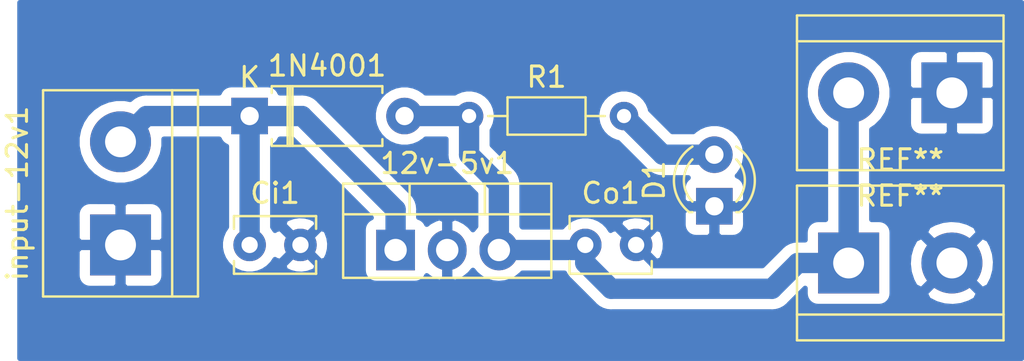
<source format=kicad_pcb>
(kicad_pcb (version 20171130) (host pcbnew "(5.1.5)-3")

  (general
    (thickness 1.6)
    (drawings 0)
    (tracks 21)
    (zones 0)
    (modules 9)
    (nets 5)
  )

  (page A4)
  (layers
    (0 F.Cu signal)
    (31 B.Cu signal)
    (32 B.Adhes user)
    (33 F.Adhes user)
    (34 B.Paste user)
    (35 F.Paste user)
    (36 B.SilkS user)
    (37 F.SilkS user)
    (38 B.Mask user)
    (39 F.Mask user)
    (40 Dwgs.User user)
    (41 Cmts.User user)
    (42 Eco1.User user)
    (43 Eco2.User user)
    (44 Edge.Cuts user)
    (45 Margin user)
    (46 B.CrtYd user)
    (47 F.CrtYd user)
    (48 B.Fab user)
    (49 F.Fab user)
  )

  (setup
    (last_trace_width 1)
    (user_trace_width 1)
    (trace_clearance 0.2)
    (zone_clearance 0.508)
    (zone_45_only no)
    (trace_min 0.2)
    (via_size 0.8)
    (via_drill 0.4)
    (via_min_size 0.4)
    (via_min_drill 0.3)
    (uvia_size 0.3)
    (uvia_drill 0.1)
    (uvias_allowed no)
    (uvia_min_size 0.2)
    (uvia_min_drill 0.1)
    (edge_width 0.05)
    (segment_width 0.2)
    (pcb_text_width 0.3)
    (pcb_text_size 1.5 1.5)
    (mod_edge_width 0.12)
    (mod_text_size 1 1)
    (mod_text_width 0.15)
    (pad_size 3 3)
    (pad_drill 1.52)
    (pad_to_mask_clearance 0.051)
    (solder_mask_min_width 0.25)
    (aux_axis_origin 0 0)
    (visible_elements 7FFFFFFF)
    (pcbplotparams
      (layerselection 0x010fc_ffffffff)
      (usegerberextensions false)
      (usegerberattributes false)
      (usegerberadvancedattributes false)
      (creategerberjobfile false)
      (excludeedgelayer true)
      (linewidth 0.100000)
      (plotframeref false)
      (viasonmask false)
      (mode 1)
      (useauxorigin false)
      (hpglpennumber 1)
      (hpglpenspeed 20)
      (hpglpendiameter 15.000000)
      (psnegative false)
      (psa4output false)
      (plotreference true)
      (plotvalue true)
      (plotinvisibletext false)
      (padsonsilk false)
      (subtractmaskfromsilk false)
      (outputformat 1)
      (mirror false)
      (drillshape 1)
      (scaleselection 1)
      (outputdirectory ""))
  )

  (net 0 "")
  (net 1 "Net-(12v-5v1-Pad3)")
  (net 2 GND)
  (net 3 "Net-(12v-5v1-Pad1)")
  (net 4 "Net-(D1-Pad2)")

  (net_class Default "Esta es la clase de red por defecto."
    (clearance 0.2)
    (trace_width 0.25)
    (via_dia 0.8)
    (via_drill 0.4)
    (uvia_dia 0.3)
    (uvia_drill 0.1)
    (add_net GND)
    (add_net "Net-(12v-5v1-Pad1)")
    (add_net "Net-(12v-5v1-Pad3)")
    (add_net "Net-(D1-Pad2)")
  )

  (module TerminalBlock:TerminalBlock_bornier-2_P5.08mm (layer F.Cu) (tedit 5EFA0EA4) (tstamp 5EFA7123)
    (at 124.714 68.072 180)
    (descr "simple 2-pin terminal block, pitch 5.08mm, revamped version of bornier2")
    (tags "terminal block bornier2")
    (fp_text reference REF** (at 2.54 -5.08) (layer F.SilkS)
      (effects (font (size 1 1) (thickness 0.15)))
    )
    (fp_text value TerminalBlock_bornier-2_P5.08mm (at 10.414 3.302) (layer F.Fab)
      (effects (font (size 1 1) (thickness 0.15)))
    )
    (fp_line (start 7.79 4) (end -2.71 4) (layer F.CrtYd) (width 0.05))
    (fp_line (start 7.79 4) (end 7.79 -4) (layer F.CrtYd) (width 0.05))
    (fp_line (start -2.71 -4) (end -2.71 4) (layer F.CrtYd) (width 0.05))
    (fp_line (start -2.71 -4) (end 7.79 -4) (layer F.CrtYd) (width 0.05))
    (fp_line (start -2.54 3.81) (end 7.62 3.81) (layer F.SilkS) (width 0.12))
    (fp_line (start -2.54 -3.81) (end -2.54 3.81) (layer F.SilkS) (width 0.12))
    (fp_line (start 7.62 -3.81) (end -2.54 -3.81) (layer F.SilkS) (width 0.12))
    (fp_line (start 7.62 3.81) (end 7.62 -3.81) (layer F.SilkS) (width 0.12))
    (fp_line (start 7.62 2.54) (end -2.54 2.54) (layer F.SilkS) (width 0.12))
    (fp_line (start 7.54 -3.75) (end -2.46 -3.75) (layer F.Fab) (width 0.1))
    (fp_line (start 7.54 3.75) (end 7.54 -3.75) (layer F.Fab) (width 0.1))
    (fp_line (start -2.46 3.75) (end 7.54 3.75) (layer F.Fab) (width 0.1))
    (fp_line (start -2.46 -3.75) (end -2.46 3.75) (layer F.Fab) (width 0.1))
    (fp_line (start -2.41 2.55) (end 7.49 2.55) (layer F.Fab) (width 0.1))
    (fp_text user %R (at 2.54 0) (layer F.Fab)
      (effects (font (size 1 1) (thickness 0.15)))
    )
    (pad 2 thru_hole circle (at 5.08 0 180) (size 3 3) (drill 1.52) (layers *.Cu *.Mask)
      (net 1 "Net-(12v-5v1-Pad3)"))
    (pad 1 thru_hole rect (at 0 0 180) (size 3 3) (drill 1.52) (layers *.Cu *.Mask)
      (net 2 GND))
    (model ${KISYS3DMOD}/TerminalBlock.3dshapes/TerminalBlock_bornier-2_P5.08mm.wrl
      (offset (xyz 2.539999961853027 0 0))
      (scale (xyz 1 1 1))
      (rotate (xyz 0 0 0))
    )
  )

  (module TerminalBlock:TerminalBlock_bornier-2_P5.08mm (layer F.Cu) (tedit 5EFA0EAB) (tstamp 5EFA715F)
    (at 119.634 76.454)
    (descr "simple 2-pin terminal block, pitch 5.08mm, revamped version of bornier2")
    (tags "terminal block bornier2")
    (fp_text reference REF** (at 2.54 -5.08) (layer F.SilkS)
      (effects (font (size 1 1) (thickness 0.15)))
    )
    (fp_text value TerminalBlock_bornier-2_P5.08mm (at -5.334 3.556) (layer F.Fab)
      (effects (font (size 1 1) (thickness 0.15)))
    )
    (fp_line (start 7.79 4) (end -2.71 4) (layer F.CrtYd) (width 0.05))
    (fp_line (start 7.79 4) (end 7.79 -4) (layer F.CrtYd) (width 0.05))
    (fp_line (start -2.71 -4) (end -2.71 4) (layer F.CrtYd) (width 0.05))
    (fp_line (start -2.71 -4) (end 7.79 -4) (layer F.CrtYd) (width 0.05))
    (fp_line (start -2.54 3.81) (end 7.62 3.81) (layer F.SilkS) (width 0.12))
    (fp_line (start -2.54 -3.81) (end -2.54 3.81) (layer F.SilkS) (width 0.12))
    (fp_line (start 7.62 -3.81) (end -2.54 -3.81) (layer F.SilkS) (width 0.12))
    (fp_line (start 7.62 3.81) (end 7.62 -3.81) (layer F.SilkS) (width 0.12))
    (fp_line (start 7.62 2.54) (end -2.54 2.54) (layer F.SilkS) (width 0.12))
    (fp_line (start 7.54 -3.75) (end -2.46 -3.75) (layer F.Fab) (width 0.1))
    (fp_line (start 7.54 3.75) (end 7.54 -3.75) (layer F.Fab) (width 0.1))
    (fp_line (start -2.46 3.75) (end 7.54 3.75) (layer F.Fab) (width 0.1))
    (fp_line (start -2.46 -3.75) (end -2.46 3.75) (layer F.Fab) (width 0.1))
    (fp_line (start -2.41 2.55) (end 7.49 2.55) (layer F.Fab) (width 0.1))
    (fp_text user %R (at 2.54 0) (layer F.Fab)
      (effects (font (size 1 1) (thickness 0.15)))
    )
    (pad 2 thru_hole circle (at 5.08 0) (size 3 3) (drill 1.52) (layers *.Cu *.Mask)
      (net 2 GND))
    (pad 1 thru_hole rect (at 0 0) (size 3 3) (drill 1.52) (layers *.Cu *.Mask)
      (net 1 "Net-(12v-5v1-Pad3)"))
    (model ${KISYS3DMOD}/TerminalBlock.3dshapes/TerminalBlock_bornier-2_P5.08mm.wrl
      (offset (xyz 2.539999961853027 0 0))
      (scale (xyz 1 1 1))
      (rotate (xyz 0 0 0))
    )
  )

  (module Capacitor_THT:C_Disc_D3.8mm_W2.6mm_P2.50mm (layer F.Cu) (tedit 5AE50EF0) (tstamp 5DCAF9E4)
    (at 90.17 75.565)
    (descr "C, Disc series, Radial, pin pitch=2.50mm, , diameter*width=3.8*2.6mm^2, Capacitor, http://www.vishay.com/docs/45233/krseries.pdf")
    (tags "C Disc series Radial pin pitch 2.50mm  diameter 3.8mm width 2.6mm Capacitor")
    (path /5DCAA16A)
    (fp_text reference Ci1 (at 1.25 -2.55) (layer F.SilkS)
      (effects (font (size 1 1) (thickness 0.15)))
    )
    (fp_text value 330n (at 1.25 2.55) (layer F.Fab)
      (effects (font (size 1 1) (thickness 0.15)))
    )
    (fp_text user %R (at 1.25 0) (layer F.Fab)
      (effects (font (size 0.76 0.76) (thickness 0.114)))
    )
    (fp_line (start 3.55 -1.55) (end -1.05 -1.55) (layer F.CrtYd) (width 0.05))
    (fp_line (start 3.55 1.55) (end 3.55 -1.55) (layer F.CrtYd) (width 0.05))
    (fp_line (start -1.05 1.55) (end 3.55 1.55) (layer F.CrtYd) (width 0.05))
    (fp_line (start -1.05 -1.55) (end -1.05 1.55) (layer F.CrtYd) (width 0.05))
    (fp_line (start 3.27 0.795) (end 3.27 1.42) (layer F.SilkS) (width 0.12))
    (fp_line (start 3.27 -1.42) (end 3.27 -0.795) (layer F.SilkS) (width 0.12))
    (fp_line (start -0.77 0.795) (end -0.77 1.42) (layer F.SilkS) (width 0.12))
    (fp_line (start -0.77 -1.42) (end -0.77 -0.795) (layer F.SilkS) (width 0.12))
    (fp_line (start -0.77 1.42) (end 3.27 1.42) (layer F.SilkS) (width 0.12))
    (fp_line (start -0.77 -1.42) (end 3.27 -1.42) (layer F.SilkS) (width 0.12))
    (fp_line (start 3.15 -1.3) (end -0.65 -1.3) (layer F.Fab) (width 0.1))
    (fp_line (start 3.15 1.3) (end 3.15 -1.3) (layer F.Fab) (width 0.1))
    (fp_line (start -0.65 1.3) (end 3.15 1.3) (layer F.Fab) (width 0.1))
    (fp_line (start -0.65 -1.3) (end -0.65 1.3) (layer F.Fab) (width 0.1))
    (pad 2 thru_hole circle (at 2.5 0) (size 1.6 1.6) (drill 0.8) (layers *.Cu *.Mask)
      (net 2 GND))
    (pad 1 thru_hole circle (at 0 0) (size 1.6 1.6) (drill 0.8) (layers *.Cu *.Mask)
      (net 3 "Net-(12v-5v1-Pad1)"))
    (model ${KISYS3DMOD}/Capacitor_THT.3dshapes/C_Disc_D3.8mm_W2.6mm_P2.50mm.wrl
      (at (xyz 0 0 0))
      (scale (xyz 1 1 1))
      (rotate (xyz 0 0 0))
    )
  )

  (module Package_TO_SOT_THT:TO-220-3_Vertical (layer F.Cu) (tedit 5AC8BA0D) (tstamp 5DCAF9B6)
    (at 97.350001 75.815001)
    (descr "TO-220-3, Vertical, RM 2.54mm, see https://www.vishay.com/docs/66542/to-220-1.pdf")
    (tags "TO-220-3 Vertical RM 2.54mm")
    (path /5DCA912E)
    (fp_text reference 12v-5v1 (at 2.54 -4.27) (layer F.SilkS)
      (effects (font (size 1 1) (thickness 0.15)))
    )
    (fp_text value LM7805_TO220 (at 2.54 2.5) (layer F.Fab)
      (effects (font (size 1 1) (thickness 0.15)))
    )
    (fp_text user %R (at 2.54 -4.27) (layer F.Fab)
      (effects (font (size 1 1) (thickness 0.15)))
    )
    (fp_line (start 7.79 -3.4) (end -2.71 -3.4) (layer F.CrtYd) (width 0.05))
    (fp_line (start 7.79 1.51) (end 7.79 -3.4) (layer F.CrtYd) (width 0.05))
    (fp_line (start -2.71 1.51) (end 7.79 1.51) (layer F.CrtYd) (width 0.05))
    (fp_line (start -2.71 -3.4) (end -2.71 1.51) (layer F.CrtYd) (width 0.05))
    (fp_line (start 4.391 -3.27) (end 4.391 -1.76) (layer F.SilkS) (width 0.12))
    (fp_line (start 0.69 -3.27) (end 0.69 -1.76) (layer F.SilkS) (width 0.12))
    (fp_line (start -2.58 -1.76) (end 7.66 -1.76) (layer F.SilkS) (width 0.12))
    (fp_line (start 7.66 -3.27) (end 7.66 1.371) (layer F.SilkS) (width 0.12))
    (fp_line (start -2.58 -3.27) (end -2.58 1.371) (layer F.SilkS) (width 0.12))
    (fp_line (start -2.58 1.371) (end 7.66 1.371) (layer F.SilkS) (width 0.12))
    (fp_line (start -2.58 -3.27) (end 7.66 -3.27) (layer F.SilkS) (width 0.12))
    (fp_line (start 4.39 -3.15) (end 4.39 -1.88) (layer F.Fab) (width 0.1))
    (fp_line (start 0.69 -3.15) (end 0.69 -1.88) (layer F.Fab) (width 0.1))
    (fp_line (start -2.46 -1.88) (end 7.54 -1.88) (layer F.Fab) (width 0.1))
    (fp_line (start 7.54 -3.15) (end -2.46 -3.15) (layer F.Fab) (width 0.1))
    (fp_line (start 7.54 1.25) (end 7.54 -3.15) (layer F.Fab) (width 0.1))
    (fp_line (start -2.46 1.25) (end 7.54 1.25) (layer F.Fab) (width 0.1))
    (fp_line (start -2.46 -3.15) (end -2.46 1.25) (layer F.Fab) (width 0.1))
    (pad 3 thru_hole oval (at 5.08 0) (size 1.905 2) (drill 1.1) (layers *.Cu *.Mask)
      (net 1 "Net-(12v-5v1-Pad3)"))
    (pad 2 thru_hole oval (at 2.54 0) (size 1.905 2) (drill 1.1) (layers *.Cu *.Mask)
      (net 2 GND))
    (pad 1 thru_hole rect (at 0 0) (size 1.905 2) (drill 1.1) (layers *.Cu *.Mask)
      (net 3 "Net-(12v-5v1-Pad1)"))
    (model ${KISYS3DMOD}/Package_TO_SOT_THT.3dshapes/TO-220-3_Vertical.wrl
      (at (xyz 0 0 0))
      (scale (xyz 1 1 1))
      (rotate (xyz 0 0 0))
    )
  )

  (module LED_THT:LED_D3.0mm (layer F.Cu) (tedit 587A3A7B) (tstamp 5DCAF9A4)
    (at 113.03 73.66 90)
    (descr "LED, diameter 3.0mm, 2 pins")
    (tags "LED diameter 3.0mm 2 pins")
    (path /5DCB1474)
    (fp_text reference D1 (at 1.27 -2.96 90) (layer F.SilkS)
      (effects (font (size 1 1) (thickness 0.15)))
    )
    (fp_text value LED (at 1.27 2.96 90) (layer F.Fab)
      (effects (font (size 1 1) (thickness 0.15)))
    )
    (fp_line (start 3.7 -2.25) (end -1.15 -2.25) (layer F.CrtYd) (width 0.05))
    (fp_line (start 3.7 2.25) (end 3.7 -2.25) (layer F.CrtYd) (width 0.05))
    (fp_line (start -1.15 2.25) (end 3.7 2.25) (layer F.CrtYd) (width 0.05))
    (fp_line (start -1.15 -2.25) (end -1.15 2.25) (layer F.CrtYd) (width 0.05))
    (fp_line (start -0.29 1.08) (end -0.29 1.236) (layer F.SilkS) (width 0.12))
    (fp_line (start -0.29 -1.236) (end -0.29 -1.08) (layer F.SilkS) (width 0.12))
    (fp_line (start -0.23 -1.16619) (end -0.23 1.16619) (layer F.Fab) (width 0.1))
    (fp_circle (center 1.27 0) (end 2.77 0) (layer F.Fab) (width 0.1))
    (fp_arc (start 1.27 0) (end 0.229039 1.08) (angle -87.9) (layer F.SilkS) (width 0.12))
    (fp_arc (start 1.27 0) (end 0.229039 -1.08) (angle 87.9) (layer F.SilkS) (width 0.12))
    (fp_arc (start 1.27 0) (end -0.29 1.235516) (angle -108.8) (layer F.SilkS) (width 0.12))
    (fp_arc (start 1.27 0) (end -0.29 -1.235516) (angle 108.8) (layer F.SilkS) (width 0.12))
    (fp_arc (start 1.27 0) (end -0.23 -1.16619) (angle 284.3) (layer F.Fab) (width 0.1))
    (pad 2 thru_hole circle (at 2.54 0 90) (size 1.8 1.8) (drill 0.9) (layers *.Cu *.Mask)
      (net 4 "Net-(D1-Pad2)"))
    (pad 1 thru_hole rect (at 0 0 90) (size 1.8 1.8) (drill 0.9) (layers *.Cu *.Mask)
      (net 2 GND))
    (model ${KISYS3DMOD}/LED_THT.3dshapes/LED_D3.0mm.wrl
      (at (xyz 0 0 0))
      (scale (xyz 1 1 1))
      (rotate (xyz 0 0 0))
    )
  )

  (module Diode_THT:D_A-405_P7.62mm_Horizontal (layer F.Cu) (tedit 5AE50CD5) (tstamp 5DCAF986)
    (at 90.17 69.215)
    (descr "Diode, A-405 series, Axial, Horizontal, pin pitch=7.62mm, , length*diameter=5.2*2.7mm^2, , http://www.diodes.com/_files/packages/A-405.pdf")
    (tags "Diode A-405 series Axial Horizontal pin pitch 7.62mm  length 5.2mm diameter 2.7mm")
    (path /5DCAB4F4)
    (fp_text reference 1N4001 (at 3.81 -2.47) (layer F.SilkS)
      (effects (font (size 1 1) (thickness 0.15)))
    )
    (fp_text value D (at 3.81 2.47) (layer F.Fab)
      (effects (font (size 1 1) (thickness 0.15)))
    )
    (fp_text user K (at 0 -1.9) (layer F.SilkS)
      (effects (font (size 1 1) (thickness 0.15)))
    )
    (fp_text user K (at 0 -1.9) (layer F.Fab)
      (effects (font (size 1 1) (thickness 0.15)))
    )
    (fp_text user %R (at 4.2 0) (layer F.Fab)
      (effects (font (size 1 1) (thickness 0.15)))
    )
    (fp_line (start 8.77 -1.6) (end -1.15 -1.6) (layer F.CrtYd) (width 0.05))
    (fp_line (start 8.77 1.6) (end 8.77 -1.6) (layer F.CrtYd) (width 0.05))
    (fp_line (start -1.15 1.6) (end 8.77 1.6) (layer F.CrtYd) (width 0.05))
    (fp_line (start -1.15 -1.6) (end -1.15 1.6) (layer F.CrtYd) (width 0.05))
    (fp_line (start 1.87 -1.47) (end 1.87 1.47) (layer F.SilkS) (width 0.12))
    (fp_line (start 2.11 -1.47) (end 2.11 1.47) (layer F.SilkS) (width 0.12))
    (fp_line (start 1.99 -1.47) (end 1.99 1.47) (layer F.SilkS) (width 0.12))
    (fp_line (start 6.53 1.47) (end 6.53 1.14) (layer F.SilkS) (width 0.12))
    (fp_line (start 1.09 1.47) (end 6.53 1.47) (layer F.SilkS) (width 0.12))
    (fp_line (start 1.09 1.14) (end 1.09 1.47) (layer F.SilkS) (width 0.12))
    (fp_line (start 6.53 -1.47) (end 6.53 -1.14) (layer F.SilkS) (width 0.12))
    (fp_line (start 1.09 -1.47) (end 6.53 -1.47) (layer F.SilkS) (width 0.12))
    (fp_line (start 1.09 -1.14) (end 1.09 -1.47) (layer F.SilkS) (width 0.12))
    (fp_line (start 1.89 -1.35) (end 1.89 1.35) (layer F.Fab) (width 0.1))
    (fp_line (start 2.09 -1.35) (end 2.09 1.35) (layer F.Fab) (width 0.1))
    (fp_line (start 1.99 -1.35) (end 1.99 1.35) (layer F.Fab) (width 0.1))
    (fp_line (start 7.62 0) (end 6.41 0) (layer F.Fab) (width 0.1))
    (fp_line (start 0 0) (end 1.21 0) (layer F.Fab) (width 0.1))
    (fp_line (start 6.41 -1.35) (end 1.21 -1.35) (layer F.Fab) (width 0.1))
    (fp_line (start 6.41 1.35) (end 6.41 -1.35) (layer F.Fab) (width 0.1))
    (fp_line (start 1.21 1.35) (end 6.41 1.35) (layer F.Fab) (width 0.1))
    (fp_line (start 1.21 -1.35) (end 1.21 1.35) (layer F.Fab) (width 0.1))
    (pad 2 thru_hole oval (at 7.62 0) (size 1.8 1.8) (drill 0.9) (layers *.Cu *.Mask)
      (net 1 "Net-(12v-5v1-Pad3)"))
    (pad 1 thru_hole rect (at 0 0) (size 1.8 1.8) (drill 0.9) (layers *.Cu *.Mask)
      (net 3 "Net-(12v-5v1-Pad1)"))
    (model ${KISYS3DMOD}/Diode_THT.3dshapes/D_A-405_P7.62mm_Horizontal.wrl
      (at (xyz 0 0 0))
      (scale (xyz 1 1 1))
      (rotate (xyz 0 0 0))
    )
  )

  (module Capacitor_THT:C_Disc_D3.8mm_W2.6mm_P2.50mm (layer F.Cu) (tedit 5AE50EF0) (tstamp 5DCAF972)
    (at 106.68 75.565)
    (descr "C, Disc series, Radial, pin pitch=2.50mm, , diameter*width=3.8*2.6mm^2, Capacitor, http://www.vishay.com/docs/45233/krseries.pdf")
    (tags "C Disc series Radial pin pitch 2.50mm  diameter 3.8mm width 2.6mm Capacitor")
    (path /5DCAAE50)
    (fp_text reference Co1 (at 1.25 -2.55) (layer F.SilkS)
      (effects (font (size 1 1) (thickness 0.15)))
    )
    (fp_text value 100n (at 1.25 2.55) (layer F.Fab)
      (effects (font (size 1 1) (thickness 0.15)))
    )
    (fp_text user %R (at 1.25 0) (layer F.Fab)
      (effects (font (size 0.76 0.76) (thickness 0.114)))
    )
    (fp_line (start 3.55 -1.55) (end -1.05 -1.55) (layer F.CrtYd) (width 0.05))
    (fp_line (start 3.55 1.55) (end 3.55 -1.55) (layer F.CrtYd) (width 0.05))
    (fp_line (start -1.05 1.55) (end 3.55 1.55) (layer F.CrtYd) (width 0.05))
    (fp_line (start -1.05 -1.55) (end -1.05 1.55) (layer F.CrtYd) (width 0.05))
    (fp_line (start 3.27 0.795) (end 3.27 1.42) (layer F.SilkS) (width 0.12))
    (fp_line (start 3.27 -1.42) (end 3.27 -0.795) (layer F.SilkS) (width 0.12))
    (fp_line (start -0.77 0.795) (end -0.77 1.42) (layer F.SilkS) (width 0.12))
    (fp_line (start -0.77 -1.42) (end -0.77 -0.795) (layer F.SilkS) (width 0.12))
    (fp_line (start -0.77 1.42) (end 3.27 1.42) (layer F.SilkS) (width 0.12))
    (fp_line (start -0.77 -1.42) (end 3.27 -1.42) (layer F.SilkS) (width 0.12))
    (fp_line (start 3.15 -1.3) (end -0.65 -1.3) (layer F.Fab) (width 0.1))
    (fp_line (start 3.15 1.3) (end 3.15 -1.3) (layer F.Fab) (width 0.1))
    (fp_line (start -0.65 1.3) (end 3.15 1.3) (layer F.Fab) (width 0.1))
    (fp_line (start -0.65 -1.3) (end -0.65 1.3) (layer F.Fab) (width 0.1))
    (pad 2 thru_hole circle (at 2.5 0) (size 1.6 1.6) (drill 0.8) (layers *.Cu *.Mask)
      (net 2 GND))
    (pad 1 thru_hole circle (at 0 0) (size 1.6 1.6) (drill 0.8) (layers *.Cu *.Mask)
      (net 1 "Net-(12v-5v1-Pad3)"))
    (model ${KISYS3DMOD}/Capacitor_THT.3dshapes/C_Disc_D3.8mm_W2.6mm_P2.50mm.wrl
      (at (xyz 0 0 0))
      (scale (xyz 1 1 1))
      (rotate (xyz 0 0 0))
    )
  )

  (module Resistor_THT:R_Axial_DIN0204_L3.6mm_D1.6mm_P7.62mm_Horizontal (layer F.Cu) (tedit 5AE5139B) (tstamp 5DCAF95C)
    (at 100.965 69.215)
    (descr "Resistor, Axial_DIN0204 series, Axial, Horizontal, pin pitch=7.62mm, 0.167W, length*diameter=3.6*1.6mm^2, http://cdn-reichelt.de/documents/datenblatt/B400/1_4W%23YAG.pdf")
    (tags "Resistor Axial_DIN0204 series Axial Horizontal pin pitch 7.62mm 0.167W length 3.6mm diameter 1.6mm")
    (path /5DCB0AEF)
    (fp_text reference R1 (at 3.81 -1.92) (layer F.SilkS)
      (effects (font (size 1 1) (thickness 0.15)))
    )
    (fp_text value 1K (at 3.81 1.92) (layer F.Fab)
      (effects (font (size 1 1) (thickness 0.15)))
    )
    (fp_text user %R (at 3.81 0) (layer F.Fab)
      (effects (font (size 0.72 0.72) (thickness 0.108)))
    )
    (fp_line (start 8.57 -1.05) (end -0.95 -1.05) (layer F.CrtYd) (width 0.05))
    (fp_line (start 8.57 1.05) (end 8.57 -1.05) (layer F.CrtYd) (width 0.05))
    (fp_line (start -0.95 1.05) (end 8.57 1.05) (layer F.CrtYd) (width 0.05))
    (fp_line (start -0.95 -1.05) (end -0.95 1.05) (layer F.CrtYd) (width 0.05))
    (fp_line (start 6.68 0) (end 5.73 0) (layer F.SilkS) (width 0.12))
    (fp_line (start 0.94 0) (end 1.89 0) (layer F.SilkS) (width 0.12))
    (fp_line (start 5.73 -0.92) (end 1.89 -0.92) (layer F.SilkS) (width 0.12))
    (fp_line (start 5.73 0.92) (end 5.73 -0.92) (layer F.SilkS) (width 0.12))
    (fp_line (start 1.89 0.92) (end 5.73 0.92) (layer F.SilkS) (width 0.12))
    (fp_line (start 1.89 -0.92) (end 1.89 0.92) (layer F.SilkS) (width 0.12))
    (fp_line (start 7.62 0) (end 5.61 0) (layer F.Fab) (width 0.1))
    (fp_line (start 0 0) (end 2.01 0) (layer F.Fab) (width 0.1))
    (fp_line (start 5.61 -0.8) (end 2.01 -0.8) (layer F.Fab) (width 0.1))
    (fp_line (start 5.61 0.8) (end 5.61 -0.8) (layer F.Fab) (width 0.1))
    (fp_line (start 2.01 0.8) (end 5.61 0.8) (layer F.Fab) (width 0.1))
    (fp_line (start 2.01 -0.8) (end 2.01 0.8) (layer F.Fab) (width 0.1))
    (pad 2 thru_hole oval (at 7.62 0) (size 1.4 1.4) (drill 0.7) (layers *.Cu *.Mask)
      (net 4 "Net-(D1-Pad2)"))
    (pad 1 thru_hole circle (at 0 0) (size 1.4 1.4) (drill 0.7) (layers *.Cu *.Mask)
      (net 1 "Net-(12v-5v1-Pad3)"))
    (model ${KISYS3DMOD}/Resistor_THT.3dshapes/R_Axial_DIN0204_L3.6mm_D1.6mm_P7.62mm_Horizontal.wrl
      (at (xyz 0 0 0))
      (scale (xyz 1 1 1))
      (rotate (xyz 0 0 0))
    )
  )

  (module TerminalBlock:TerminalBlock_bornier-2_P5.08mm (layer F.Cu) (tedit 59FF03AB) (tstamp 5DCAF948)
    (at 83.82 75.565 90)
    (descr "simple 2-pin terminal block, pitch 5.08mm, revamped version of bornier2")
    (tags "terminal block bornier2")
    (path /5DCAD1DF)
    (fp_text reference input-12v1 (at 2.54 -5.08 90) (layer F.SilkS)
      (effects (font (size 1 1) (thickness 0.15)))
    )
    (fp_text value 12v (at 2.54 5.08 90) (layer F.Fab)
      (effects (font (size 1 1) (thickness 0.15)))
    )
    (fp_line (start 7.79 4) (end -2.71 4) (layer F.CrtYd) (width 0.05))
    (fp_line (start 7.79 4) (end 7.79 -4) (layer F.CrtYd) (width 0.05))
    (fp_line (start -2.71 -4) (end -2.71 4) (layer F.CrtYd) (width 0.05))
    (fp_line (start -2.71 -4) (end 7.79 -4) (layer F.CrtYd) (width 0.05))
    (fp_line (start -2.54 3.81) (end 7.62 3.81) (layer F.SilkS) (width 0.12))
    (fp_line (start -2.54 -3.81) (end -2.54 3.81) (layer F.SilkS) (width 0.12))
    (fp_line (start 7.62 -3.81) (end -2.54 -3.81) (layer F.SilkS) (width 0.12))
    (fp_line (start 7.62 3.81) (end 7.62 -3.81) (layer F.SilkS) (width 0.12))
    (fp_line (start 7.62 2.54) (end -2.54 2.54) (layer F.SilkS) (width 0.12))
    (fp_line (start 7.54 -3.75) (end -2.46 -3.75) (layer F.Fab) (width 0.1))
    (fp_line (start 7.54 3.75) (end 7.54 -3.75) (layer F.Fab) (width 0.1))
    (fp_line (start -2.46 3.75) (end 7.54 3.75) (layer F.Fab) (width 0.1))
    (fp_line (start -2.46 -3.75) (end -2.46 3.75) (layer F.Fab) (width 0.1))
    (fp_line (start -2.41 2.55) (end 7.49 2.55) (layer F.Fab) (width 0.1))
    (fp_text user %R (at 2.54 0 90) (layer F.Fab)
      (effects (font (size 1 1) (thickness 0.15)))
    )
    (pad 2 thru_hole circle (at 5.08 0 90) (size 3 3) (drill 1.52) (layers *.Cu *.Mask)
      (net 3 "Net-(12v-5v1-Pad1)"))
    (pad 1 thru_hole rect (at 0 0 90) (size 3 3) (drill 1.52) (layers *.Cu *.Mask)
      (net 2 GND))
    (model ${KISYS3DMOD}/TerminalBlock.3dshapes/TerminalBlock_bornier-2_P5.08mm.wrl
      (offset (xyz 2.539999961853027 0 0))
      (scale (xyz 1 1 1))
      (rotate (xyz 0 0 0))
    )
  )

  (segment (start 97.79 69.215) (end 100.965 69.215) (width 1) (layer B.Cu) (net 1) (tstamp 5DCAFA0A))
  (segment (start 102.430001 72.585001) (end 102.430001 75.815001) (width 1) (layer B.Cu) (net 1) (tstamp 5DCAFA0C))
  (segment (start 106.429999 75.815001) (end 106.68 75.565) (width 1) (layer B.Cu) (net 1) (tstamp 5DCAFA10))
  (segment (start 100.965 69.215) (end 100.965 71.12) (width 1) (layer B.Cu) (net 1) (tstamp 5DCAFA11))
  (segment (start 100.965 71.12) (end 102.430001 72.585001) (width 1) (layer B.Cu) (net 1) (tstamp 5DCAFA12))
  (segment (start 102.430001 75.815001) (end 106.429999 75.815001) (width 1) (layer B.Cu) (net 1) (tstamp 5DCAFA17))
  (segment (start 117.134 76.454) (end 119.634 76.454) (width 1) (layer B.Cu) (net 1))
  (segment (start 107.95 77.724) (end 115.864 77.724) (width 1) (layer B.Cu) (net 1))
  (segment (start 115.864 77.724) (end 117.134 76.454) (width 1) (layer B.Cu) (net 1))
  (segment (start 106.68 75.565) (end 106.68 76.454) (width 1) (layer B.Cu) (net 1))
  (segment (start 106.68 76.454) (end 107.95 77.724) (width 1) (layer B.Cu) (net 1))
  (segment (start 119.634 68.072) (end 119.634 76.454) (width 1) (layer B.Cu) (net 1))
  (segment (start 90.17 69.215) (end 85.09 69.215) (width 1) (layer B.Cu) (net 3) (tstamp 5DCAFA07))
  (segment (start 92.75 69.215) (end 92.07 69.215) (width 1) (layer B.Cu) (net 3) (tstamp 5DCAFA08))
  (segment (start 92.07 69.215) (end 90.17 69.215) (width 1) (layer B.Cu) (net 3) (tstamp 5DCAFA09))
  (segment (start 85.09 69.215) (end 83.82 70.485) (width 1) (layer B.Cu) (net 3) (tstamp 5DCAFA0F))
  (segment (start 97.350001 75.815001) (end 97.350001 73.815001) (width 1) (layer B.Cu) (net 3) (tstamp 5DCAFA13))
  (segment (start 90.17 75.565) (end 90.17 69.215) (width 1) (layer B.Cu) (net 3) (tstamp 5DCAFA14))
  (segment (start 97.350001 73.815001) (end 92.75 69.215) (width 1) (layer B.Cu) (net 3) (tstamp 5DCAFA19))
  (segment (start 110.49 71.12) (end 108.585 69.215) (width 1) (layer B.Cu) (net 4) (tstamp 5DCAFA16))
  (segment (start 113.03 71.12) (end 110.49 71.12) (width 1) (layer B.Cu) (net 4) (tstamp 5DCAFA18))

  (zone (net 2) (net_name GND) (layer B.Cu) (tstamp 5EFA7188) (hatch edge 0.508)
    (connect_pads (clearance 0.508))
    (min_thickness 0.254)
    (fill yes (arc_segments 32) (thermal_gap 0.508) (thermal_bridge_width 0.508))
    (polygon
      (pts
        (xy 78.74 63.5) (xy 128.27 63.5) (xy 128.27 81.28) (xy 78.74 81.28)
      )
    )
    (filled_polygon
      (pts
        (xy 128.143 81.153) (xy 78.867 81.153) (xy 78.867 77.065) (xy 81.681928 77.065) (xy 81.694188 77.189482)
        (xy 81.730498 77.30918) (xy 81.789463 77.419494) (xy 81.868815 77.516185) (xy 81.965506 77.595537) (xy 82.07582 77.654502)
        (xy 82.195518 77.690812) (xy 82.32 77.703072) (xy 83.53425 77.7) (xy 83.693 77.54125) (xy 83.693 75.692)
        (xy 83.947 75.692) (xy 83.947 77.54125) (xy 84.10575 77.7) (xy 85.32 77.703072) (xy 85.444482 77.690812)
        (xy 85.56418 77.654502) (xy 85.674494 77.595537) (xy 85.771185 77.516185) (xy 85.850537 77.419494) (xy 85.909502 77.30918)
        (xy 85.945812 77.189482) (xy 85.958072 77.065) (xy 85.955 75.85075) (xy 85.79625 75.692) (xy 83.947 75.692)
        (xy 83.693 75.692) (xy 81.84375 75.692) (xy 81.685 75.85075) (xy 81.681928 77.065) (xy 78.867 77.065)
        (xy 78.867 74.065) (xy 81.681928 74.065) (xy 81.685 75.27925) (xy 81.84375 75.438) (xy 83.693 75.438)
        (xy 83.693 73.58875) (xy 83.947 73.58875) (xy 83.947 75.438) (xy 85.79625 75.438) (xy 85.955 75.27925)
        (xy 85.958072 74.065) (xy 85.945812 73.940518) (xy 85.909502 73.82082) (xy 85.850537 73.710506) (xy 85.771185 73.613815)
        (xy 85.674494 73.534463) (xy 85.56418 73.475498) (xy 85.444482 73.439188) (xy 85.32 73.426928) (xy 84.10575 73.43)
        (xy 83.947 73.58875) (xy 83.693 73.58875) (xy 83.53425 73.43) (xy 82.32 73.426928) (xy 82.195518 73.439188)
        (xy 82.07582 73.475498) (xy 81.965506 73.534463) (xy 81.868815 73.613815) (xy 81.789463 73.710506) (xy 81.730498 73.82082)
        (xy 81.694188 73.940518) (xy 81.681928 74.065) (xy 78.867 74.065) (xy 78.867 70.274721) (xy 81.685 70.274721)
        (xy 81.685 70.695279) (xy 81.767047 71.107756) (xy 81.927988 71.496302) (xy 82.161637 71.845983) (xy 82.459017 72.143363)
        (xy 82.808698 72.377012) (xy 83.197244 72.537953) (xy 83.609721 72.62) (xy 84.030279 72.62) (xy 84.442756 72.537953)
        (xy 84.831302 72.377012) (xy 85.180983 72.143363) (xy 85.478363 71.845983) (xy 85.712012 71.496302) (xy 85.872953 71.107756)
        (xy 85.955 70.695279) (xy 85.955 70.35) (xy 88.677713 70.35) (xy 88.680498 70.35918) (xy 88.739463 70.469494)
        (xy 88.818815 70.566185) (xy 88.915506 70.645537) (xy 89.02582 70.704502) (xy 89.035001 70.707287) (xy 89.035 74.680716)
        (xy 88.89832 74.885273) (xy 88.790147 75.146426) (xy 88.735 75.423665) (xy 88.735 75.706335) (xy 88.790147 75.983574)
        (xy 88.89832 76.244727) (xy 89.055363 76.479759) (xy 89.255241 76.679637) (xy 89.490273 76.83668) (xy 89.751426 76.944853)
        (xy 90.028665 77) (xy 90.311335 77) (xy 90.588574 76.944853) (xy 90.849727 76.83668) (xy 91.084759 76.679637)
        (xy 91.206694 76.557702) (xy 91.856903 76.557702) (xy 91.928486 76.801671) (xy 92.183996 76.922571) (xy 92.458184 76.9913)
        (xy 92.740512 77.005217) (xy 93.02013 76.963787) (xy 93.286292 76.868603) (xy 93.411514 76.801671) (xy 93.483097 76.557702)
        (xy 92.67 75.744605) (xy 91.856903 76.557702) (xy 91.206694 76.557702) (xy 91.284637 76.479759) (xy 91.418692 76.279131)
        (xy 91.433329 76.306514) (xy 91.677298 76.378097) (xy 92.490395 75.565) (xy 92.849605 75.565) (xy 93.662702 76.378097)
        (xy 93.906671 76.306514) (xy 94.027571 76.051004) (xy 94.0963 75.776816) (xy 94.110217 75.494488) (xy 94.068787 75.21487)
        (xy 93.973603 74.948708) (xy 93.906671 74.823486) (xy 93.662702 74.751903) (xy 92.849605 75.565) (xy 92.490395 75.565)
        (xy 91.677298 74.751903) (xy 91.433329 74.823486) (xy 91.419676 74.852341) (xy 91.305 74.680716) (xy 91.305 74.572298)
        (xy 91.856903 74.572298) (xy 92.67 75.385395) (xy 93.483097 74.572298) (xy 93.411514 74.328329) (xy 93.156004 74.207429)
        (xy 92.881816 74.1387) (xy 92.599488 74.124783) (xy 92.31987 74.166213) (xy 92.053708 74.261397) (xy 91.928486 74.328329)
        (xy 91.856903 74.572298) (xy 91.305 74.572298) (xy 91.305 70.707287) (xy 91.31418 70.704502) (xy 91.424494 70.645537)
        (xy 91.521185 70.566185) (xy 91.600537 70.469494) (xy 91.659502 70.35918) (xy 91.662287 70.35) (xy 92.279869 70.35)
        (xy 96.154891 74.225023) (xy 96.153321 74.225499) (xy 96.043007 74.284464) (xy 95.946316 74.363816) (xy 95.866964 74.460507)
        (xy 95.807999 74.570821) (xy 95.771689 74.690519) (xy 95.759429 74.815001) (xy 95.759429 76.815001) (xy 95.771689 76.939483)
        (xy 95.807999 77.059181) (xy 95.866964 77.169495) (xy 95.946316 77.266186) (xy 96.043007 77.345538) (xy 96.153321 77.404503)
        (xy 96.273019 77.440813) (xy 96.397501 77.453073) (xy 98.302501 77.453073) (xy 98.426983 77.440813) (xy 98.546681 77.404503)
        (xy 98.656995 77.345538) (xy 98.753686 77.266186) (xy 98.833038 77.169495) (xy 98.88206 77.077782) (xy 99.023078 77.19097)
        (xy 99.298907 77.334572) (xy 99.517021 77.405564) (xy 99.763001 77.285595) (xy 99.763001 75.942001) (xy 99.743001 75.942001)
        (xy 99.743001 75.688001) (xy 99.763001 75.688001) (xy 99.763001 74.344407) (xy 99.517021 74.224438) (xy 99.298907 74.29543)
        (xy 99.023078 74.439032) (xy 98.88206 74.55222) (xy 98.833038 74.460507) (xy 98.753686 74.363816) (xy 98.656995 74.284464)
        (xy 98.546681 74.225499) (xy 98.485001 74.206789) (xy 98.485001 73.870753) (xy 98.490492 73.815001) (xy 98.468578 73.592502)
        (xy 98.403677 73.378554) (xy 98.298285 73.181378) (xy 98.15645 73.008552) (xy 98.113142 72.97301) (xy 94.203948 69.063816)
        (xy 96.255 69.063816) (xy 96.255 69.366184) (xy 96.313989 69.662743) (xy 96.429701 69.942095) (xy 96.597688 70.193505)
        (xy 96.811495 70.407312) (xy 97.062905 70.575299) (xy 97.342257 70.691011) (xy 97.638816 70.75) (xy 97.941184 70.75)
        (xy 98.237743 70.691011) (xy 98.517095 70.575299) (xy 98.768505 70.407312) (xy 98.825817 70.35) (xy 99.830001 70.35)
        (xy 99.830001 71.064239) (xy 99.824509 71.12) (xy 99.846423 71.342498) (xy 99.911324 71.556446) (xy 99.95423 71.636717)
        (xy 100.016717 71.753623) (xy 100.158552 71.926449) (xy 100.20186 71.961991) (xy 101.295001 73.055133) (xy 101.295002 74.648112)
        (xy 101.154839 74.818901) (xy 100.999438 74.633686) (xy 100.756924 74.439032) (xy 100.481095 74.29543) (xy 100.262981 74.224438)
        (xy 100.017001 74.344407) (xy 100.017001 75.688001) (xy 100.037001 75.688001) (xy 100.037001 75.942001) (xy 100.017001 75.942001)
        (xy 100.017001 77.285595) (xy 100.262981 77.405564) (xy 100.481095 77.334572) (xy 100.756924 77.19097) (xy 100.999438 76.996316)
        (xy 101.154838 76.811102) (xy 101.302038 76.990464) (xy 101.543767 77.188846) (xy 101.819553 77.336256) (xy 102.118798 77.427031)
        (xy 102.430001 77.457682) (xy 102.741205 77.427031) (xy 103.04045 77.336256) (xy 103.316236 77.188846) (xy 103.557964 76.990464)
        (xy 103.591171 76.950001) (xy 105.658156 76.950001) (xy 105.731717 77.087623) (xy 105.873552 77.260449) (xy 105.91686 77.295991)
        (xy 107.108008 78.48714) (xy 107.143551 78.530449) (xy 107.316377 78.672284) (xy 107.513553 78.777676) (xy 107.677705 78.827471)
        (xy 107.7275 78.842577) (xy 107.748493 78.844644) (xy 107.894248 78.859) (xy 107.894255 78.859) (xy 107.949999 78.86449)
        (xy 108.005743 78.859) (xy 115.808249 78.859) (xy 115.864 78.864491) (xy 115.919751 78.859) (xy 115.919752 78.859)
        (xy 116.086499 78.842577) (xy 116.300447 78.777676) (xy 116.497623 78.672284) (xy 116.670449 78.530449) (xy 116.705996 78.487135)
        (xy 117.495928 77.697204) (xy 117.495928 77.954) (xy 117.508188 78.078482) (xy 117.544498 78.19818) (xy 117.603463 78.308494)
        (xy 117.682815 78.405185) (xy 117.779506 78.484537) (xy 117.88982 78.543502) (xy 118.009518 78.579812) (xy 118.134 78.592072)
        (xy 121.134 78.592072) (xy 121.258482 78.579812) (xy 121.37818 78.543502) (xy 121.488494 78.484537) (xy 121.585185 78.405185)
        (xy 121.664537 78.308494) (xy 121.723502 78.19818) (xy 121.759812 78.078482) (xy 121.772072 77.954) (xy 121.772072 77.945653)
        (xy 123.401952 77.945653) (xy 123.557962 78.261214) (xy 123.932745 78.45202) (xy 124.337551 78.566044) (xy 124.756824 78.598902)
        (xy 125.174451 78.549334) (xy 125.574383 78.419243) (xy 125.870038 78.261214) (xy 126.026048 77.945653) (xy 124.714 76.633605)
        (xy 123.401952 77.945653) (xy 121.772072 77.945653) (xy 121.772072 76.496824) (xy 122.569098 76.496824) (xy 122.618666 76.914451)
        (xy 122.748757 77.314383) (xy 122.906786 77.610038) (xy 123.222347 77.766048) (xy 124.534395 76.454) (xy 124.893605 76.454)
        (xy 126.205653 77.766048) (xy 126.521214 77.610038) (xy 126.71202 77.235255) (xy 126.826044 76.830449) (xy 126.858902 76.411176)
        (xy 126.809334 75.993549) (xy 126.679243 75.593617) (xy 126.521214 75.297962) (xy 126.205653 75.141952) (xy 124.893605 76.454)
        (xy 124.534395 76.454) (xy 123.222347 75.141952) (xy 122.906786 75.297962) (xy 122.71598 75.672745) (xy 122.601956 76.077551)
        (xy 122.569098 76.496824) (xy 121.772072 76.496824) (xy 121.772072 74.962347) (xy 123.401952 74.962347) (xy 124.714 76.274395)
        (xy 126.026048 74.962347) (xy 125.870038 74.646786) (xy 125.495255 74.45598) (xy 125.090449 74.341956) (xy 124.671176 74.309098)
        (xy 124.253549 74.358666) (xy 123.853617 74.488757) (xy 123.557962 74.646786) (xy 123.401952 74.962347) (xy 121.772072 74.962347)
        (xy 121.772072 74.954) (xy 121.759812 74.829518) (xy 121.723502 74.70982) (xy 121.664537 74.599506) (xy 121.585185 74.502815)
        (xy 121.488494 74.423463) (xy 121.37818 74.364498) (xy 121.258482 74.328188) (xy 121.134 74.315928) (xy 120.769 74.315928)
        (xy 120.769 69.88136) (xy 120.994983 69.730363) (xy 121.153346 69.572) (xy 122.575928 69.572) (xy 122.588188 69.696482)
        (xy 122.624498 69.81618) (xy 122.683463 69.926494) (xy 122.762815 70.023185) (xy 122.859506 70.102537) (xy 122.96982 70.161502)
        (xy 123.089518 70.197812) (xy 123.214 70.210072) (xy 124.42825 70.207) (xy 124.587 70.04825) (xy 124.587 68.199)
        (xy 124.841 68.199) (xy 124.841 70.04825) (xy 124.99975 70.207) (xy 126.214 70.210072) (xy 126.338482 70.197812)
        (xy 126.45818 70.161502) (xy 126.568494 70.102537) (xy 126.665185 70.023185) (xy 126.744537 69.926494) (xy 126.803502 69.81618)
        (xy 126.839812 69.696482) (xy 126.852072 69.572) (xy 126.849 68.35775) (xy 126.69025 68.199) (xy 124.841 68.199)
        (xy 124.587 68.199) (xy 122.73775 68.199) (xy 122.579 68.35775) (xy 122.575928 69.572) (xy 121.153346 69.572)
        (xy 121.292363 69.432983) (xy 121.526012 69.083302) (xy 121.686953 68.694756) (xy 121.769 68.282279) (xy 121.769 67.861721)
        (xy 121.686953 67.449244) (xy 121.526012 67.060698) (xy 121.292363 66.711017) (xy 121.153346 66.572) (xy 122.575928 66.572)
        (xy 122.579 67.78625) (xy 122.73775 67.945) (xy 124.587 67.945) (xy 124.587 66.09575) (xy 124.841 66.09575)
        (xy 124.841 67.945) (xy 126.69025 67.945) (xy 126.849 67.78625) (xy 126.852072 66.572) (xy 126.839812 66.447518)
        (xy 126.803502 66.32782) (xy 126.744537 66.217506) (xy 126.665185 66.120815) (xy 126.568494 66.041463) (xy 126.45818 65.982498)
        (xy 126.338482 65.946188) (xy 126.214 65.933928) (xy 124.99975 65.937) (xy 124.841 66.09575) (xy 124.587 66.09575)
        (xy 124.42825 65.937) (xy 123.214 65.933928) (xy 123.089518 65.946188) (xy 122.96982 65.982498) (xy 122.859506 66.041463)
        (xy 122.762815 66.120815) (xy 122.683463 66.217506) (xy 122.624498 66.32782) (xy 122.588188 66.447518) (xy 122.575928 66.572)
        (xy 121.153346 66.572) (xy 120.994983 66.413637) (xy 120.645302 66.179988) (xy 120.256756 66.019047) (xy 119.844279 65.937)
        (xy 119.423721 65.937) (xy 119.011244 66.019047) (xy 118.622698 66.179988) (xy 118.273017 66.413637) (xy 117.975637 66.711017)
        (xy 117.741988 67.060698) (xy 117.581047 67.449244) (xy 117.499 67.861721) (xy 117.499 68.282279) (xy 117.581047 68.694756)
        (xy 117.741988 69.083302) (xy 117.975637 69.432983) (xy 118.273017 69.730363) (xy 118.499 69.88136) (xy 118.499001 74.315928)
        (xy 118.134 74.315928) (xy 118.009518 74.328188) (xy 117.88982 74.364498) (xy 117.779506 74.423463) (xy 117.682815 74.502815)
        (xy 117.603463 74.599506) (xy 117.544498 74.70982) (xy 117.508188 74.829518) (xy 117.495928 74.954) (xy 117.495928 75.319)
        (xy 117.189743 75.319) (xy 117.133999 75.31351) (xy 117.078255 75.319) (xy 117.078248 75.319) (xy 116.932493 75.333356)
        (xy 116.9115 75.335423) (xy 116.861705 75.350529) (xy 116.697553 75.400324) (xy 116.500377 75.505716) (xy 116.327551 75.647551)
        (xy 116.292008 75.69086) (xy 115.393869 76.589) (xy 109.983914 76.589) (xy 109.993097 76.557702) (xy 109.18 75.744605)
        (xy 109.165858 75.758748) (xy 108.986253 75.579143) (xy 109.000395 75.565) (xy 109.359605 75.565) (xy 110.172702 76.378097)
        (xy 110.416671 76.306514) (xy 110.537571 76.051004) (xy 110.6063 75.776816) (xy 110.620217 75.494488) (xy 110.578787 75.21487)
        (xy 110.483603 74.948708) (xy 110.416671 74.823486) (xy 110.172702 74.751903) (xy 109.359605 75.565) (xy 109.000395 75.565)
        (xy 108.187298 74.751903) (xy 107.943329 74.823486) (xy 107.929676 74.852341) (xy 107.794637 74.650241) (xy 107.716694 74.572298)
        (xy 108.366903 74.572298) (xy 109.18 75.385395) (xy 109.993097 74.572298) (xy 109.989489 74.56) (xy 111.491928 74.56)
        (xy 111.504188 74.684482) (xy 111.540498 74.80418) (xy 111.599463 74.914494) (xy 111.678815 75.011185) (xy 111.775506 75.090537)
        (xy 111.88582 75.149502) (xy 112.005518 75.185812) (xy 112.13 75.198072) (xy 112.74425 75.195) (xy 112.903 75.03625)
        (xy 112.903 73.787) (xy 113.157 73.787) (xy 113.157 75.03625) (xy 113.31575 75.195) (xy 113.93 75.198072)
        (xy 114.054482 75.185812) (xy 114.17418 75.149502) (xy 114.284494 75.090537) (xy 114.381185 75.011185) (xy 114.460537 74.914494)
        (xy 114.519502 74.80418) (xy 114.555812 74.684482) (xy 114.568072 74.56) (xy 114.565 73.94575) (xy 114.40625 73.787)
        (xy 113.157 73.787) (xy 112.903 73.787) (xy 111.65375 73.787) (xy 111.495 73.94575) (xy 111.491928 74.56)
        (xy 109.989489 74.56) (xy 109.921514 74.328329) (xy 109.666004 74.207429) (xy 109.391816 74.1387) (xy 109.109488 74.124783)
        (xy 108.82987 74.166213) (xy 108.563708 74.261397) (xy 108.438486 74.328329) (xy 108.366903 74.572298) (xy 107.716694 74.572298)
        (xy 107.594759 74.450363) (xy 107.359727 74.29332) (xy 107.098574 74.185147) (xy 106.821335 74.13) (xy 106.538665 74.13)
        (xy 106.261426 74.185147) (xy 106.000273 74.29332) (xy 105.765241 74.450363) (xy 105.565363 74.650241) (xy 105.545478 74.680001)
        (xy 103.591171 74.680001) (xy 103.565001 74.648113) (xy 103.565001 72.640742) (xy 103.570491 72.585) (xy 103.565001 72.529258)
        (xy 103.565001 72.529249) (xy 103.548578 72.362502) (xy 103.483677 72.148554) (xy 103.378285 71.951378) (xy 103.23645 71.778552)
        (xy 103.193141 71.743009) (xy 102.1 70.649869) (xy 102.1 69.919288) (xy 102.148061 69.847359) (xy 102.248696 69.604405)
        (xy 102.3 69.346486) (xy 102.3 69.083514) (xy 107.25 69.083514) (xy 107.25 69.346486) (xy 107.301304 69.604405)
        (xy 107.401939 69.847359) (xy 107.548038 70.066013) (xy 107.733987 70.251962) (xy 107.952641 70.398061) (xy 108.195595 70.498696)
        (xy 108.280442 70.515573) (xy 109.648009 71.883141) (xy 109.683551 71.926449) (xy 109.856377 72.068284) (xy 110.053553 72.173676)
        (xy 110.267501 72.238577) (xy 110.49 72.260491) (xy 110.545752 72.255) (xy 111.744389 72.255) (xy 111.678815 72.308815)
        (xy 111.599463 72.405506) (xy 111.540498 72.51582) (xy 111.504188 72.635518) (xy 111.491928 72.76) (xy 111.495 73.37425)
        (xy 111.65375 73.533) (xy 112.903 73.533) (xy 112.903 73.513) (xy 113.157 73.513) (xy 113.157 73.533)
        (xy 114.40625 73.533) (xy 114.565 73.37425) (xy 114.568072 72.76) (xy 114.555812 72.635518) (xy 114.519502 72.51582)
        (xy 114.460537 72.405506) (xy 114.381185 72.308815) (xy 114.284494 72.229463) (xy 114.17418 72.170498) (xy 114.155873 72.164944)
        (xy 114.222312 72.098505) (xy 114.390299 71.847095) (xy 114.506011 71.567743) (xy 114.565 71.271184) (xy 114.565 70.968816)
        (xy 114.506011 70.672257) (xy 114.390299 70.392905) (xy 114.222312 70.141495) (xy 114.008505 69.927688) (xy 113.757095 69.759701)
        (xy 113.477743 69.643989) (xy 113.181184 69.585) (xy 112.878816 69.585) (xy 112.582257 69.643989) (xy 112.302905 69.759701)
        (xy 112.051495 69.927688) (xy 111.994183 69.985) (xy 110.960132 69.985) (xy 109.885573 68.910442) (xy 109.868696 68.825595)
        (xy 109.768061 68.582641) (xy 109.621962 68.363987) (xy 109.436013 68.178038) (xy 109.217359 68.031939) (xy 108.974405 67.931304)
        (xy 108.716486 67.88) (xy 108.453514 67.88) (xy 108.195595 67.931304) (xy 107.952641 68.031939) (xy 107.733987 68.178038)
        (xy 107.548038 68.363987) (xy 107.401939 68.582641) (xy 107.301304 68.825595) (xy 107.25 69.083514) (xy 102.3 69.083514)
        (xy 102.248696 68.825595) (xy 102.148061 68.582641) (xy 102.001962 68.363987) (xy 101.816013 68.178038) (xy 101.597359 68.031939)
        (xy 101.354405 67.931304) (xy 101.096486 67.88) (xy 100.833514 67.88) (xy 100.575595 67.931304) (xy 100.332641 68.031939)
        (xy 100.260712 68.08) (xy 98.825817 68.08) (xy 98.768505 68.022688) (xy 98.517095 67.854701) (xy 98.237743 67.738989)
        (xy 97.941184 67.68) (xy 97.638816 67.68) (xy 97.342257 67.738989) (xy 97.062905 67.854701) (xy 96.811495 68.022688)
        (xy 96.597688 68.236495) (xy 96.429701 68.487905) (xy 96.313989 68.767257) (xy 96.255 69.063816) (xy 94.203948 69.063816)
        (xy 93.591996 68.451865) (xy 93.556449 68.408551) (xy 93.383623 68.266716) (xy 93.186447 68.161324) (xy 92.972499 68.096423)
        (xy 92.805752 68.08) (xy 92.805751 68.08) (xy 92.75 68.074509) (xy 92.694249 68.08) (xy 91.662287 68.08)
        (xy 91.659502 68.07082) (xy 91.600537 67.960506) (xy 91.521185 67.863815) (xy 91.424494 67.784463) (xy 91.31418 67.725498)
        (xy 91.194482 67.689188) (xy 91.07 67.676928) (xy 89.27 67.676928) (xy 89.145518 67.689188) (xy 89.02582 67.725498)
        (xy 88.915506 67.784463) (xy 88.818815 67.863815) (xy 88.739463 67.960506) (xy 88.680498 68.07082) (xy 88.677713 68.08)
        (xy 85.145743 68.08) (xy 85.089999 68.07451) (xy 85.034255 68.08) (xy 85.034248 68.08) (xy 84.888493 68.094356)
        (xy 84.8675 68.096423) (xy 84.817705 68.111529) (xy 84.653553 68.161324) (xy 84.456377 68.266716) (xy 84.291566 68.401973)
        (xy 84.030279 68.35) (xy 83.609721 68.35) (xy 83.197244 68.432047) (xy 82.808698 68.592988) (xy 82.459017 68.826637)
        (xy 82.161637 69.124017) (xy 81.927988 69.473698) (xy 81.767047 69.862244) (xy 81.685 70.274721) (xy 78.867 70.274721)
        (xy 78.867 63.627) (xy 128.143 63.627)
      )
    )
  )
)

</source>
